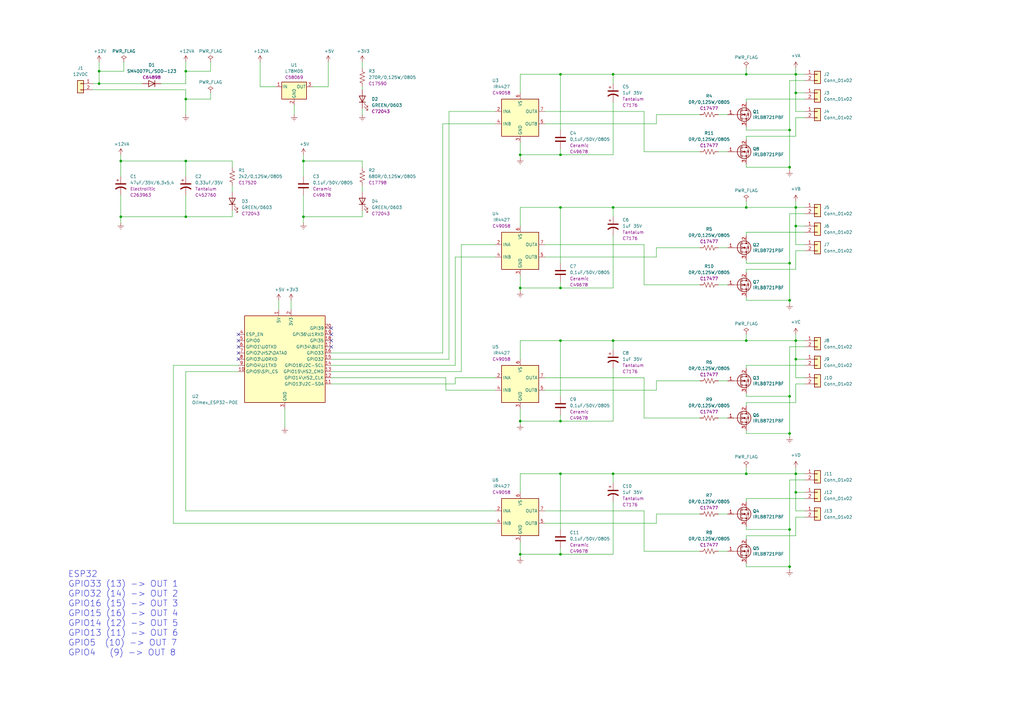
<source format=kicad_sch>
(kicad_sch (version 20211123) (generator eeschema)
  (paper "A3")
  (title_block (title "ESP 8x PWM Module") (date "2022-03-26") (rev "2"))
  (junction (at 40.64 29.21))
  (junction (at 213.36 172.72))
  (junction (at 213.36 63.5))
  (junction (at 49.53 66.04))
  (junction (at 251.46 139.7))
  (junction (at 323.85 68.58))
  (junction (at 76.2 66.04))
  (junction (at 326.39 30.48))
  (junction (at 306.07 194.31))
  (junction (at 323.85 107.95))
  (junction (at 326.39 38.1))
  (junction (at 326.39 201.93))
  (junction (at 326.39 139.7))
  (junction (at 251.46 30.48))
  (junction (at 49.53 88.9))
  (junction (at 251.46 194.31))
  (junction (at 323.85 123.19))
  (junction (at 229.87 194.31))
  (junction (at 229.87 118.11))
  (junction (at 124.46 66.04))
  (junction (at 213.36 118.11))
  (junction (at 306.07 30.48))
  (junction (at 326.39 92.71))
  (junction (at 76.2 88.9))
  (junction (at 76.2 29.21))
  (junction (at 306.07 85.09))
  (junction (at 323.85 53.34))
  (junction (at 229.87 139.7))
  (junction (at 229.87 227.33))
  (junction (at 323.85 177.8))
  (junction (at 76.2 40.64))
  (junction (at 229.87 30.48))
  (junction (at 326.39 194.31))
  (junction (at 251.46 85.09))
  (junction (at 326.39 85.09))
  (junction (at 40.64 34.29))
  (junction (at 124.46 88.9))
  (junction (at 213.36 227.33))
  (junction (at 326.39 147.32))
  (junction (at 323.85 232.41))
  (junction (at 323.85 217.17))
  (junction (at 229.87 85.09))
  (junction (at 229.87 63.5))
  (junction (at 323.85 162.56))
  (junction (at 229.87 172.72))
  (junction (at 306.07 139.7))
  (no_connect (at 97.79 147.32))
  (no_connect (at 135.89 134.62))
  (no_connect (at 97.79 139.7))
  (no_connect (at 135.89 139.7))
  (no_connect (at 135.89 142.24))
  (no_connect (at 135.89 137.16))
  (no_connect (at 97.79 144.78))
  (no_connect (at 97.79 137.16))
  (no_connect (at 97.79 142.24))
  (wire (pts (xy 323.85 68.58) (xy 323.85 53.34)))
  (wire (pts (xy 120.65 43.18) (xy 120.65 46.99)))
  (wire (pts (xy 294.64 101.6) (xy 298.45 101.6)))
  (wire (pts (xy 251.46 139.7) (xy 306.07 139.7)))
  (wire (pts (xy 264.16 154.94) (xy 264.16 171.45)))
  (wire (pts (xy 269.24 214.63) (xy 269.24 210.82)))
  (wire (pts (xy 251.46 205.74) (xy 251.46 227.33)))
  (wire (pts (xy 326.39 209.55) (xy 326.39 201.93)))
  (wire (pts (xy 106.68 25.4) (xy 106.68 35.56)))
  (wire (pts (xy 306.07 219.71) (xy 326.39 219.71)))
  (wire (pts (xy 326.39 110.49) (xy 326.39 102.87)))
  (wire (pts (xy 213.36 118.11) (xy 229.87 118.11)))
  (wire (pts (xy 49.53 66.04) (xy 49.53 72.39)))
  (wire (pts (xy 323.85 177.8) (xy 323.85 179.07)))
  (wire (pts (xy 49.53 63.5) (xy 49.53 66.04)))
  (wire (pts (xy 223.52 105.41) (xy 269.24 105.41)))
  (wire (pts (xy 213.36 173.99) (xy 213.36 172.72)))
  (wire (pts (xy 251.46 30.48) (xy 306.07 30.48)))
  (wire (pts (xy 323.85 217.17) (xy 306.07 217.17)))
  (wire (pts (xy 76.2 36.83) (xy 76.2 40.64)))
  (wire (pts (xy 251.46 85.09) (xy 306.07 85.09)))
  (wire (pts (xy 306.07 67.31) (xy 306.07 68.58)))
  (wire (pts (xy 148.59 44.45) (xy 148.59 46.99)))
  (wire (pts (xy 306.07 215.9) (xy 306.07 217.17)))
  (wire (pts (xy 229.87 107.95) (xy 229.87 85.09)))
  (wire (pts (xy 223.52 154.94) (xy 264.16 154.94)))
  (wire (pts (xy 49.53 88.9) (xy 49.53 80.01)))
  (wire (pts (xy 330.2 154.94) (xy 326.39 154.94)))
  (wire (pts (xy 213.36 30.48) (xy 213.36 38.1)))
  (wire (pts (xy 213.36 118.11) (xy 213.36 113.03)))
  (wire (pts (xy 76.2 88.9) (xy 49.53 88.9)))
  (wire (pts (xy 189.23 152.4) (xy 189.23 100.33)))
  (wire (pts (xy 223.52 160.02) (xy 269.24 160.02)))
  (wire (pts (xy 269.24 105.41) (xy 269.24 101.6)))
  (wire (pts (xy 330.2 85.09) (xy 326.39 85.09)))
  (wire (pts (xy 229.87 227.33) (xy 251.46 227.33)))
  (wire (pts (xy 189.23 100.33) (xy 203.2 100.33)))
  (wire (pts (xy 306.07 82.55) (xy 306.07 85.09)))
  (wire (pts (xy 326.39 165.1) (xy 326.39 157.48)))
  (wire (pts (xy 76.2 209.55) (xy 203.2 209.55)))
  (wire (pts (xy 213.36 139.7) (xy 229.87 139.7)))
  (wire (pts (xy 213.36 85.09) (xy 229.87 85.09)))
  (wire (pts (xy 306.07 194.31) (xy 326.39 194.31)))
  (wire (pts (xy 251.46 194.31) (xy 229.87 194.31)))
  (wire (pts (xy 116.84 175.26) (xy 116.84 167.64)))
  (wire (pts (xy 251.46 41.91) (xy 251.46 63.5)))
  (wire (pts (xy 134.62 25.4) (xy 134.62 35.56)))
  (wire (pts (xy 251.46 151.13) (xy 251.46 172.72)))
  (wire (pts (xy 330.2 196.85) (xy 323.85 196.85)))
  (wire (pts (xy 330.2 95.25) (xy 306.07 95.25)))
  (wire (pts (xy 95.25 66.04) (xy 76.2 66.04)))
  (wire (pts (xy 128.27 35.56) (xy 134.62 35.56)))
  (wire (pts (xy 323.85 107.95) (xy 306.07 107.95)))
  (wire (pts (xy 251.46 96.52) (xy 251.46 118.11)))
  (wire (pts (xy 264.16 100.33) (xy 264.16 116.84)))
  (wire (pts (xy 95.25 88.9) (xy 76.2 88.9)))
  (wire (pts (xy 76.2 152.4) (xy 76.2 209.55)))
  (wire (pts (xy 50.8 29.21) (xy 50.8 25.4)))
  (wire (pts (xy 326.39 157.48) (xy 330.2 157.48)))
  (wire (pts (xy 251.46 30.48) (xy 229.87 30.48)))
  (wire (pts (xy 251.46 85.09) (xy 229.87 85.09)))
  (wire (pts (xy 326.39 137.16) (xy 326.39 139.7)))
  (wire (pts (xy 306.07 40.64) (xy 330.2 40.64)))
  (wire (pts (xy 323.85 232.41) (xy 323.85 233.68)))
  (wire (pts (xy 119.38 123.19) (xy 119.38 127)))
  (wire (pts (xy 148.59 86.36) (xy 148.59 88.9)))
  (wire (pts (xy 326.39 154.94) (xy 326.39 147.32)))
  (wire (pts (xy 186.69 105.41) (xy 186.69 149.86)))
  (wire (pts (xy 269.24 160.02) (xy 269.24 156.21)))
  (wire (pts (xy 306.07 165.1) (xy 306.07 166.37)))
  (wire (pts (xy 213.36 119.38) (xy 213.36 118.11)))
  (wire (pts (xy 229.87 172.72) (xy 251.46 172.72)))
  (wire (pts (xy 86.36 25.4) (xy 86.36 29.21)))
  (wire (pts (xy 124.46 63.5) (xy 124.46 66.04)))
  (wire (pts (xy 330.2 33.02) (xy 323.85 33.02)))
  (wire (pts (xy 264.16 45.72) (xy 264.16 62.23)))
  (wire (pts (xy 323.85 87.63) (xy 323.85 107.95)))
  (wire (pts (xy 306.07 232.41) (xy 323.85 232.41)))
  (wire (pts (xy 186.69 105.41) (xy 203.2 105.41)))
  (wire (pts (xy 294.64 171.45) (xy 298.45 171.45)))
  (wire (pts (xy 148.59 25.4) (xy 148.59 27.94)))
  (wire (pts (xy 330.2 149.86) (xy 306.07 149.86)))
  (wire (pts (xy 306.07 30.48) (xy 326.39 30.48)))
  (wire (pts (xy 148.59 68.58) (xy 148.59 66.04)))
  (wire (pts (xy 251.46 139.7) (xy 229.87 139.7)))
  (wire (pts (xy 40.64 34.29) (xy 58.42 34.29)))
  (wire (pts (xy 306.07 85.09) (xy 326.39 85.09)))
  (wire (pts (xy 306.07 139.7) (xy 326.39 139.7)))
  (wire (pts (xy 264.16 171.45) (xy 287.02 171.45)))
  (wire (pts (xy 326.39 139.7) (xy 326.39 147.32)))
  (wire (pts (xy 95.25 86.36) (xy 95.25 88.9)))
  (wire (pts (xy 326.39 194.31) (xy 326.39 201.93)))
  (wire (pts (xy 306.07 219.71) (xy 306.07 220.98)))
  (wire (pts (xy 306.07 149.86) (xy 306.07 151.13)))
  (wire (pts (xy 213.36 85.09) (xy 213.36 92.71)))
  (wire (pts (xy 181.61 50.8) (xy 203.2 50.8)))
  (wire (pts (xy 326.39 102.87) (xy 330.2 102.87)))
  (wire (pts (xy 213.36 139.7) (xy 213.36 147.32)))
  (wire (pts (xy 330.2 30.48) (xy 326.39 30.48)))
  (wire (pts (xy 323.85 196.85) (xy 323.85 217.17)))
  (wire (pts (xy 223.52 214.63) (xy 269.24 214.63)))
  (wire (pts (xy 40.64 29.21) (xy 40.64 34.29)))
  (wire (pts (xy 184.15 45.72) (xy 184.15 147.32)))
  (wire (pts (xy 306.07 231.14) (xy 306.07 232.41)))
  (wire (pts (xy 330.2 139.7) (xy 326.39 139.7)))
  (wire (pts (xy 135.89 149.86) (xy 186.69 149.86)))
  (wire (pts (xy 135.89 144.78) (xy 181.61 144.78)))
  (wire (pts (xy 323.85 232.41) (xy 323.85 217.17)))
  (wire (pts (xy 330.2 45.72) (xy 326.39 45.72)))
  (wire (pts (xy 135.89 154.94) (xy 182.88 154.94)))
  (wire (pts (xy 330.2 204.47) (xy 306.07 204.47)))
  (wire (pts (xy 306.07 106.68) (xy 306.07 107.95)))
  (wire (pts (xy 323.85 123.19) (xy 323.85 107.95)))
  (wire (pts (xy 95.25 68.58) (xy 95.25 66.04)))
  (wire (pts (xy 326.39 30.48) (xy 326.39 38.1)))
  (wire (pts (xy 213.36 227.33) (xy 229.87 227.33)))
  (wire (pts (xy 229.87 224.79) (xy 229.87 227.33)))
  (wire (pts (xy 330.2 194.31) (xy 326.39 194.31)))
  (wire (pts (xy 306.07 137.16) (xy 306.07 139.7)))
  (wire (pts (xy 97.79 149.86) (xy 71.12 149.86)))
  (wire (pts (xy 114.3 123.19) (xy 114.3 127)))
  (wire (pts (xy 306.07 40.64) (xy 306.07 41.91)))
  (wire (pts (xy 306.07 55.88) (xy 306.07 57.15)))
  (wire (pts (xy 213.36 30.48) (xy 229.87 30.48)))
  (wire (pts (xy 213.36 63.5) (xy 213.36 58.42)))
  (wire (pts (xy 229.87 60.96) (xy 229.87 63.5)))
  (wire (pts (xy 148.59 88.9) (xy 124.46 88.9)))
  (wire (pts (xy 330.2 201.93) (xy 326.39 201.93)))
  (wire (pts (xy 213.36 228.6) (xy 213.36 227.33)))
  (wire (pts (xy 213.36 194.31) (xy 229.87 194.31)))
  (wire (pts (xy 223.52 45.72) (xy 264.16 45.72)))
  (wire (pts (xy 269.24 156.21) (xy 287.02 156.21)))
  (wire (pts (xy 181.61 50.8) (xy 181.61 144.78)))
  (wire (pts (xy 76.2 34.29) (xy 76.2 29.21)))
  (wire (pts (xy 306.07 55.88) (xy 326.39 55.88)))
  (wire (pts (xy 306.07 177.8) (xy 323.85 177.8)))
  (wire (pts (xy 264.16 226.06) (xy 287.02 226.06)))
  (wire (pts (xy 135.89 147.32) (xy 184.15 147.32)))
  (wire (pts (xy 330.2 92.71) (xy 326.39 92.71)))
  (wire (pts (xy 326.39 191.77) (xy 326.39 194.31)))
  (wire (pts (xy 326.39 48.26) (xy 330.2 48.26)))
  (wire (pts (xy 38.1 34.29) (xy 40.64 34.29)))
  (wire (pts (xy 323.85 33.02) (xy 323.85 53.34)))
  (wire (pts (xy 124.46 80.01) (xy 124.46 88.9)))
  (wire (pts (xy 213.36 194.31) (xy 213.36 201.93)))
  (wire (pts (xy 330.2 209.55) (xy 326.39 209.55)))
  (wire (pts (xy 251.46 88.9) (xy 251.46 85.09)))
  (wire (pts (xy 306.07 27.94) (xy 306.07 30.48)))
  (wire (pts (xy 124.46 91.44) (xy 124.46 88.9)))
  (wire (pts (xy 264.16 116.84) (xy 287.02 116.84)))
  (wire (pts (xy 38.1 36.83) (xy 76.2 36.83)))
  (wire (pts (xy 269.24 101.6) (xy 287.02 101.6)))
  (wire (pts (xy 40.64 29.21) (xy 50.8 29.21)))
  (wire (pts (xy 269.24 210.82) (xy 287.02 210.82)))
  (wire (pts (xy 251.46 34.29) (xy 251.46 30.48)))
  (wire (pts (xy 326.39 219.71) (xy 326.39 212.09)))
  (wire (pts (xy 306.07 121.92) (xy 306.07 123.19)))
  (wire (pts (xy 97.79 152.4) (xy 76.2 152.4)))
  (wire (pts (xy 269.24 50.8) (xy 269.24 46.99)))
  (wire (pts (xy 124.46 72.39) (xy 124.46 66.04)))
  (wire (pts (xy 76.2 72.39) (xy 76.2 66.04)))
  (wire (pts (xy 323.85 53.34) (xy 306.07 53.34)))
  (wire (pts (xy 326.39 85.09) (xy 326.39 92.71)))
  (wire (pts (xy 229.87 115.57) (xy 229.87 118.11)))
  (wire (pts (xy 306.07 123.19) (xy 323.85 123.19)))
  (wire (pts (xy 223.52 100.33) (xy 264.16 100.33)))
  (wire (pts (xy 326.39 55.88) (xy 326.39 48.26)))
  (wire (pts (xy 326.39 45.72) (xy 326.39 38.1)))
  (wire (pts (xy 323.85 123.19) (xy 323.85 124.46)))
  (wire (pts (xy 306.07 191.77) (xy 306.07 194.31)))
  (wire (pts (xy 251.46 143.51) (xy 251.46 139.7)))
  (wire (pts (xy 86.36 38.1) (xy 86.36 40.64)))
  (wire (pts (xy 40.64 25.4) (xy 40.64 29.21)))
  (wire (pts (xy 330.2 142.24) (xy 323.85 142.24)))
  (wire (pts (xy 148.59 36.83) (xy 148.59 35.56)))
  (wire (pts (xy 264.16 209.55) (xy 264.16 226.06)))
  (wire (pts (xy 306.07 161.29) (xy 306.07 162.56)))
  (wire (pts (xy 294.64 46.99) (xy 298.45 46.99)))
  (wire (pts (xy 135.89 157.48) (xy 186.69 157.48)))
  (wire (pts (xy 106.68 35.56) (xy 113.03 35.56)))
  (wire (pts (xy 251.46 194.31) (xy 306.07 194.31)))
  (wire (pts (xy 294.64 62.23) (xy 298.45 62.23)))
  (wire (pts (xy 86.36 29.21) (xy 76.2 29.21)))
  (wire (pts (xy 330.2 87.63) (xy 323.85 87.63)))
  (wire (pts (xy 326.39 82.55) (xy 326.39 85.09)))
  (wire (pts (xy 229.87 53.34) (xy 229.87 30.48)))
  (wire (pts (xy 213.36 227.33) (xy 213.36 222.25)))
  (wire (pts (xy 95.25 78.74) (xy 95.25 76.2)))
  (wire (pts (xy 76.2 66.04) (xy 49.53 66.04)))
  (wire (pts (xy 186.69 157.48) (xy 186.69 154.94)))
  (wire (pts (xy 229.87 63.5) (xy 251.46 63.5)))
  (wire (pts (xy 323.85 177.8) (xy 323.85 162.56)))
  (wire (pts (xy 76.2 29.21) (xy 76.2 25.4)))
  (wire (pts (xy 229.87 162.56) (xy 229.87 139.7)))
  (wire (pts (xy 182.88 160.02) (xy 203.2 160.02)))
  (wire (pts (xy 294.64 210.82) (xy 298.45 210.82)))
  (wire (pts (xy 326.39 212.09) (xy 330.2 212.09)))
  (wire (pts (xy 229.87 217.17) (xy 229.87 194.31)))
  (wire (pts (xy 66.04 34.29) (xy 76.2 34.29)))
  (wire (pts (xy 71.12 149.86) (xy 71.12 214.63)))
  (wire (pts (xy 294.64 156.21) (xy 298.45 156.21)))
  (wire (pts (xy 306.07 165.1) (xy 326.39 165.1)))
  (wire (pts (xy 306.07 52.07) (xy 306.07 53.34)))
  (wire (pts (xy 326.39 27.94) (xy 326.39 30.48)))
  (wire (pts (xy 264.16 62.23) (xy 287.02 62.23)))
  (wire (pts (xy 306.07 110.49) (xy 306.07 111.76)))
  (wire (pts (xy 135.89 152.4) (xy 189.23 152.4)))
  (wire (pts (xy 306.07 95.25) (xy 306.07 96.52)))
  (wire (pts (xy 76.2 40.64) (xy 76.2 46.99)))
  (wire (pts (xy 294.64 226.06) (xy 298.45 226.06)))
  (wire (pts (xy 229.87 170.18) (xy 229.87 172.72)))
  (wire (pts (xy 223.52 50.8) (xy 269.24 50.8)))
  (wire (pts (xy 294.64 116.84) (xy 298.45 116.84)))
  (wire (pts (xy 306.07 110.49) (xy 326.39 110.49)))
  (wire (pts (xy 326.39 100.33) (xy 326.39 92.71)))
  (wire (pts (xy 306.07 204.47) (xy 306.07 205.74)))
  (wire (pts (xy 323.85 68.58) (xy 323.85 69.85)))
  (wire (pts (xy 229.87 118.11) (xy 251.46 118.11)))
  (wire (pts (xy 186.69 154.94) (xy 203.2 154.94)))
  (wire (pts (xy 323.85 142.24) (xy 323.85 162.56)))
  (wire (pts (xy 251.46 198.12) (xy 251.46 194.31)))
  (wire (pts (xy 148.59 78.74) (xy 148.59 76.2)))
  (wire (pts (xy 184.15 45.72) (xy 203.2 45.72)))
  (wire (pts (xy 76.2 80.01) (xy 76.2 88.9)))
  (wire (pts (xy 306.07 68.58) (xy 323.85 68.58)))
  (wire (pts (xy 213.36 172.72) (xy 229.87 172.72)))
  (wire (pts (xy 148.59 66.04) (xy 124.46 66.04)))
  (wire (pts (xy 330.2 38.1) (xy 326.39 38.1)))
  (wire (pts (xy 213.36 63.5) (xy 229.87 63.5)))
  (wire (pts (xy 330.2 147.32) (xy 326.39 147.32)))
  (wire (pts (xy 49.53 91.44) (xy 49.53 88.9)))
  (wire (pts (xy 269.24 46.99) (xy 287.02 46.99)))
  (wire (pts (xy 71.12 214.63) (xy 203.2 214.63)))
  (wire (pts (xy 182.88 154.94) (xy 182.88 160.02)))
  (wire (pts (xy 213.36 172.72) (xy 213.36 167.64)))
  (wire (pts (xy 213.36 64.77) (xy 213.36 63.5)))
  (wire (pts (xy 86.36 40.64) (xy 76.2 40.64)))
  (wire (pts (xy 323.85 162.56) (xy 306.07 162.56)))
  (wire (pts (xy 264.16 209.55) (xy 223.52 209.55)))
  (wire (pts (xy 306.07 176.53) (xy 306.07 177.8)))
  (wire (pts (xy 330.2 100.33) (xy 326.39 100.33)))
  (text "ESP32\nGPIO33 (13) -> OUT 1\nGPIO32 (14) -> OUT 2\nGPIO16 (15) -> OUT 3\nGPIO15 (16) -> OUT 4\nGPIO14 (12) -> OUT 5\nGPIO13 (11) -> OUT 6\nGPIO5  (10) -> OUT 7\nGPIO4   (9) -> OUT 8" (at 27.94 269.24 0) (effects (font (size 2.5 2.5)) (justify left bottom)))
  (symbol (lib_id "Device:R_US") (at 95.25 72.39 0) (unit 1)
    (property "Reference" "R1" (at 97.79 69.85 0) (effects (justify left)))
    (property "Value" "2k2/0,125W/0805" (at 97.79 72.39 0) (effects (justify left)))
    (property "Footprint" "Tales:R_0805_2012Metric" (effects hide))
    (property "Case" "0805/2012" (effects hide))
    (property "Mfr" "Uniroyal" (effects hide))
    (property "Mfr PN" "0805W8F2201T5E" (effects hide))
    (property "Vendor" "JLCPCB" (effects hide))
    (property "Vendor PN" "C17520" (effects hide))
    (property "JLCPCB BOM" "1" (effects hide))
    (property "LCSC Part" "C17520" (at 97.79 74.93 0) (effects (justify left)))
  )
  (symbol (lib_id "Device:D") (at 62.23 34.29 180) (unit 1)
    (property "Reference" "D1" (at 62.23 26.67 0))
    (property "Value" "SM4007PL/SOD-123" (at 62.23 29.21 0))
    (property "Footprint" "Tales:D_SOD-123" (effects hide))
    (property "Case" "SOD-123FL" (effects hide))
    (property "Mfr" "MDD" (effects hide))
    (property "Mfr PN" "SM4007PL" (effects hide))
    (property "Vendor" "JLCPCB" (effects hide))
    (property "Vendor PN" "C64898" (effects hide))
    (property "JLCPCB BOM" "1" (effects hide))
    (property "LCSC Part" "C64898" (at 62.23 31.75 0))
  )
  (symbol (lib_id "Regulator_Linear:L7805") (at 120.65 35.56 0) (unit 1)
    (property "Reference" "U1" (at 120.65 26.67 0))
    (property "Value" "L78M05" (at 120.65 29.21 0))
    (property "Footprint" "Tales:TO-252-2" (effects hide))
    (property "Datasheet" "http://www.st.com/content/ccc/resource/technical/document/datasheet/41/4f/b3/b0/12/d4/47/88/CD00000444.pdf/files/CD00000444.pdf/jcr:content/translations/en.CD00000444.pdf" (effects hide))
    (property "Case" "TO-252" (effects hide))
    (property "Mfr" "ST Microelectronics" (effects hide))
    (property "Mfr PN" "L78M05ABDT-TR" (effects hide))
    (property "Vendor" "JLCPCB" (effects hide))
    (property "Vendor PN" "C58069" (effects hide))
    (property "JLCPCB BOM" "1" (effects hide))
    (property "LCSC Part" "C58069" (at 120.65 31.75 0))
  )
  (symbol (lib_id "power:PWR_FLAG") (at 86.36 25.4 0) (unit 1)
    (property "Reference" "#FLG0101" (effects hide))
    (property "Value" "PWR_FLAG" (at 86.36 21.0058 0))
  )
  (symbol (lib_id "Device:LED") (at 95.25 82.55 90) (unit 1)
    (property "Reference" "D3" (at 99.06 82.55 90) (effects (justify right)))
    (property "Value" "GREEN/0603" (at 99.06 85.09 90) (effects (justify right)))
    (property "Footprint" "Tales:LED_0603_1608Metric" (effects hide))
    (property "Case" "0603" (effects hide))
    (property "Mfr" "Everlight" (effects hide))
    (property "Mfr PN" "19-217/GHC-YR1S2/3T" (effects hide))
    (property "Vendor" "JLCPCB" (effects hide))
    (property "Vendor PN" "C72043" (effects hide))
    (property "JLCPCB BOM" "1" (effects hide))
    (property "LCSC Part" "C72043" (at 99.06 87.63 90) (effects (justify right)))
  )
  (symbol (lib_id "Device:R_US") (at 148.59 72.39 0) (unit 1)
    (property "Reference" "R2" (at 151.13 69.85 0) (effects (justify left)))
    (property "Value" "680R/0,125W/0805" (at 151.13 72.39 0) (effects (justify left)))
    (property "Footprint" "Tales:R_0805_2012Metric" (effects hide))
    (property "Case" "0805/2012" (effects hide))
    (property "Mfr" "Uniroyal" (effects hide))
    (property "Mfr PN" "0805W8F6800T5E" (effects hide))
    (property "Vendor" "JLCPCB" (effects hide))
    (property "Vendor PN" "C17798" (effects hide))
    (property "JLCPCB BOM" "1" (effects hide))
    (property "LCSC Part" "C17798" (at 151.13 74.93 0) (effects (justify left)))
  )
  (symbol (lib_id "power:+5V") (at 124.46 63.5 0) (unit 1)
    (property "Reference" "#PWR0123" (effects hide))
    (property "Value" "+5V" (at 124.841 59.1058 0))
  )
  (symbol (lib_id "power:+3.3V") (at 148.59 25.4 0) (unit 1)
    (property "Reference" "#PWR0124" (effects hide))
    (property "Value" "+3.3V" (at 148.971 21.0058 0))
  )
  (symbol (lib_id "power:GNDREF") (at 124.46 91.44 0) (unit 1)
    (property "Reference" "#PWR0125" (effects hide))
    (property "Value" "GNDREF" (effects hide))
  )
  (symbol (lib_id "power:GNDREF") (at 148.59 46.99 0) (unit 1)
    (property "Reference" "#PWR0126" (effects hide))
    (property "Value" "GNDREF" (effects hide))
  )
  (symbol (lib_id "power:PWR_FLAG") (at 86.36 38.1 0) (unit 1)
    (property "Reference" "#FLG0102" (effects hide))
    (property "Value" "PWR_FLAG" (at 86.36 33.7058 0))
  )
  (symbol (lib_id "Tales:Olimex_ESP32-POE") (at 116.84 147.32 0) (unit 1)
    (property "Reference" "U2" (at 78.74 162.56 0) (effects (justify left)))
    (property "Value" "Olimex_ESP32-POE" (at 78.74 165.1 0) (effects (justify left)))
    (property "Footprint" "Tales:Olimex_ESP32-POE_Pads" (effects hide))
    (property "Mfr" "Olimex" (effects hide))
    (property "Mfr PN" "ESP32-POE" (effects hide))
    (property "Vendor" "Mouser" (effects hide))
    (property "Vendor PN" "909-ESP32-POE\r" (effects hide))
    (property "JLCPCB BOM" "0" (effects hide))
  )
  (symbol (lib_id "power:GNDREF") (at 116.84 175.26 0) (unit 1)
    (property "Reference" "#PWR0114" (effects hide))
    (property "Value" "GNDREF" (effects hide))
  )
  (symbol (lib_id "power:+3.3V") (at 119.38 123.19 0) (unit 1)
    (property "Reference" "#PWR0115" (effects hide))
    (property "Value" "+3.3V" (at 119.761 118.7958 0))
  )
  (symbol (lib_id "power:+5V") (at 114.3 123.19 0) (unit 1)
    (property "Reference" "#PWR0120" (effects hide))
    (property "Value" "+5V" (at 114.681 118.7958 0))
  )
  (symbol (lib_id "Device:R_US") (at 290.83 46.99 270) (unit 1)
    (property "Reference" "R4" (at 290.83 39.37 90))
    (property "Value" "0R/0,125W/0805" (at 290.83 41.91 90))
    (property "Footprint" "Tales:R_0805_2012Metric" (effects hide))
    (property "Case" "0805/2012" (effects hide))
    (property "Mfr" "Uniroyal" (effects hide))
    (property "Mfr PN" "0805W8F0000T5E" (effects hide))
    (property "Vendor" "JLCPCB" (effects hide))
    (property "Vendor PN" "C17477" (effects hide))
    (property "JLCPCB BOM" "1" (effects hide))
    (property "LCSC Part" "C17477" (at 290.83 44.45 90))
  )
  (symbol (lib_id "Device:R_US") (at 290.83 62.23 270) (unit 1)
    (property "Reference" "R11" (at 290.83 54.61 90))
    (property "Value" "0R/0,125W/0805" (at 290.83 57.15 90))
    (property "Footprint" "Tales:R_0805_2012Metric" (effects hide))
    (property "Case" "0805/2012" (effects hide))
    (property "Mfr" "Uniroyal" (effects hide))
    (property "Mfr PN" "0805W8F0000T5E" (effects hide))
    (property "Vendor" "JLCPCB" (effects hide))
    (property "Vendor PN" "C17477" (effects hide))
    (property "JLCPCB BOM" "1" (effects hide))
    (property "LCSC Part" "C17477" (at 290.83 59.69 90))
  )
  (symbol (lib_id "Device:C_Polarized_US") (at 251.46 38.1 0) (unit 1)
    (property "Reference" "C5" (at 255.27 35.56 0) (effects (justify left)))
    (property "Value" "1uF 35V" (at 255.27 38.1 0) (effects (justify left)))
    (property "Footprint" "Tales:CP_EIA-3216-18_Kemet-A" (effects hide))
    (property "Case" "1206/3216" (effects hide))
    (property "Mfr" "AVX" (effects hide))
    (property "Vendor" "JLCPCB" (effects hide))
    (property "Mfr PN" "TAJA105K035RNJ" (effects hide))
    (property "Vendor PN" "C7176" (effects hide))
    (property "Technology" "Tantalum" (at 255.27 40.64 0) (effects (justify left)))
    (property "JLCPCB BOM" "1" (effects hide))
    (property "LCSC Part" "C7176" (at 255.27 43.18 0) (effects (justify left)))
  )
  (symbol (lib_id "Tales:IR4427") (at 213.36 48.26 0) (unit 1)
    (property "Reference" "U3" (at 203.2 33.02 0))
    (property "Value" "IR4427" (at 205.74 35.56 0))
    (property "Footprint" "Package_SO:SOIC-8_3.9x4.9mm_P1.27mm" (effects hide))
    (property "Case" "SOIC-8" (effects hide))
    (property "Mfr" "International Rectifier" (effects hide))
    (property "Mfr PN" "IR4427STRPBF\r" (effects hide))
    (property "Vendor" "JLCPCB" (effects hide))
    (property "Vendor PN" "C49058" (effects hide))
    (property "JLCPCB BOM" "1" (effects hide))
    (property "LCSC Part" "C49058" (at 201.93 38.1 0) (effects (justify left)))
  )
  (symbol (lib_id "power:+12V") (at 40.64 25.4 0) (unit 1)
    (property "Reference" "#PWR0107" (effects hide))
    (property "Value" "+12V" (at 41.021 21.0058 0))
  )
  (symbol (lib_id "Device:C_Polarized_US") (at 76.2 76.2 0) (unit 1)
    (property "Reference" "C2" (at 80.01 72.39 0) (effects (justify left)))
    (property "Value" "0,33uF/35V" (at 80.01 74.93 0) (effects (justify left)))
    (property "Footprint" "Tales:CP_EIA-3216-18_Kemet-A" (effects hide))
    (property "Case" "1206/3216" (effects hide))
    (property "Mfr" "Kemet" (effects hide))
    (property "Mfr PN" "T491A334M035AT" (effects hide))
    (property "Technology" "Tantalum" (at 80.01 77.47 0) (effects (justify left)))
    (property "Vendor" "JLCPCB" (effects hide))
    (property "Vendor PN" "C452760" (effects hide))
    (property "JLCPCB BOM" "1" (effects hide))
    (property "LCSC Part" "C452760" (at 80.01 80.01 0) (effects (justify left)))
  )
  (symbol (lib_id "power:GNDREF") (at 213.36 64.77 0) (unit 1)
    (property "Reference" "#PWR0112" (effects hide))
    (property "Value" "GNDREF" (effects hide))
  )
  (symbol (lib_id "Transistor_FET:IRLB8721PBF") (at 303.53 62.23 0) (unit 1)
    (property "Reference" "Q8" (at 308.7116 61.0616 0) (effects (justify left)))
    (property "Value" "IRLB8721PBF" (at 308.7116 63.373 0) (effects (justify left)))
    (property "Footprint" "Package_TO_SOT_THT:TO-220-3_Vertical" (effects hide))
    (property "Datasheet" "http://www.infineon.com/dgdl/irlb8721pbf.pdf?fileId=5546d462533600a40153566056732591" (effects hide))
    (property "Case" "TO-220-3" (effects hide))
    (property "Mfr" "Infineon" (effects hide))
    (property "Mfr PN" "IRLB8721PBF" (effects hide))
    (property "Vendor" "Mouser" (effects hide))
    (property "Vendor PN" "942-IRLB8721PBF" (effects hide))
    (property "JLCPCB BOM" "0" (effects hide))
  )
  (symbol (lib_id "power:+12VA") (at 76.2 25.4 0) (unit 1)
    (property "Reference" "#PWR0130" (effects hide))
    (property "Value" "+12VA" (at 76.581 21.0058 0))
  )
  (symbol (lib_id "power:+12VA") (at 106.68 25.4 0) (unit 1)
    (property "Reference" "#PWR0131" (effects hide))
    (property "Value" "+12VA" (at 107.061 21.0058 0))
  )
  (symbol (lib_id "power:+12VA") (at 49.53 63.5 0) (unit 1)
    (property "Reference" "#PWR0132" (effects hide))
    (property "Value" "+12VA" (at 49.911 59.1058 0))
  )
  (symbol (lib_id "power:PWR_FLAG") (at 50.8 25.4 0) (unit 1)
    (property "Reference" "#FLG0104" (effects hide))
    (property "Value" "PWR_FLAG" (at 50.8 21.0058 0))
  )
  (symbol (lib_id "Device:C") (at 229.87 57.15 0) (unit 1)
    (property "Reference" "C4" (at 233.68 54.61 0) (effects (justify left)))
    (property "Value" "0,1uF/50V/0805" (at 233.68 57.15 0) (effects (justify left)))
    (property "Footprint" "Tales:C_0805_2012Metric" (effects hide))
    (property "Case" "0805/2012" (effects hide))
    (property "Mfr" "Yageo" (effects hide))
    (property "Mfr PN" "CC0805KRX7R9BB104" (effects hide))
    (property "Vendor" "JLCPCB" (effects hide))
    (property "Vendor PN" "C49678" (effects hide))
    (property "Technology" "Ceramic" (at 233.68 59.69 0) (effects (justify left)))
    (property "JLCPCB BOM" "1" (effects hide))
    (property "LCSC Part" "C49678" (at 233.68 62.23 0) (effects (justify left)))
  )
  (symbol (lib_id "Transistor_FET:IRLB8721PBF") (at 303.53 46.99 0) (unit 1)
    (property "Reference" "Q1" (at 308.7116 45.8216 0) (effects (justify left)))
    (property "Value" "IRLB8721PBF" (at 308.7116 48.133 0) (effects (justify left)))
    (property "Footprint" "Package_TO_SOT_THT:TO-220-3_Vertical" (effects hide))
    (property "Datasheet" "http://www.infineon.com/dgdl/irlb8721pbf.pdf?fileId=5546d462533600a40153566056732591" (effects hide))
    (property "Case" "TO-220-3" (effects hide))
    (property "Mfr" "Infineon" (effects hide))
    (property "Mfr PN" "IRLB8721PBF" (effects hide))
    (property "Vendor" "Mouser" (effects hide))
    (property "Vendor PN" "942-IRLB8721PBF" (effects hide))
    (property "JLCPCB BOM" "0" (effects hide))
  )
  (symbol (lib_id "power:GNDREF") (at 120.65 46.99 0) (unit 1)
    (property "Reference" "#PWR0102" (effects hide))
    (property "Value" "GNDREF" (effects hide))
  )
  (symbol (lib_id "power:+5V") (at 134.62 25.4 0) (unit 1)
    (property "Reference" "#PWR0104" (effects hide))
    (property "Value" "+5V" (at 135.001 21.0058 0))
  )
  (symbol (lib_id "Connector_Generic:Conn_01x02") (at 33.02 34.29 0) (mirror y) (unit 1)
    (property "Reference" "J1" (at 33.02 27.94 0))
    (property "Value" "12VDC" (at 33.02 30.48 0))
    (property "Footprint" "Tales:TerminalBlock_Phoenix_MKDS-3-2-5.08_1x02_P5.08mm_Horizontal" (effects hide))
    (property "Mfr" "Metaltex" (effects hide))
    (property "Vendor" "Eletropecas\r" (effects hide))
    (property "Mfr PN" "BR902V\r" (effects hide))
    (property "Vendor PN" "29273" (effects hide))
    (property "JLCPCB BOM" "0" (effects hide))
  )
  (symbol (lib_id "power:GNDREF") (at 76.2 46.99 0) (unit 1)
    (property "Reference" "#PWR0108" (effects hide))
    (property "Value" "GNDREF" (effects hide))
  )
  (symbol (lib_id "Device:C") (at 124.46 76.2 0) (unit 1)
    (property "Reference" "C3" (at 128.27 72.39 0) (effects (justify left)))
    (property "Value" "0,1uF/50V/0805" (at 128.27 74.93 0) (effects (justify left)))
    (property "Footprint" "Tales:C_0805_2012Metric" (effects hide))
    (property "Technology" "Ceramic" (at 128.27 77.47 0) (effects (justify left)))
    (property "Case" "0805/2012" (effects hide))
    (property "Mfr" "Yageo" (effects hide))
    (property "Mfr PN" "CC0805KRX7R9BB104" (effects hide))
    (property "Vendor" "JLCPCB" (effects hide))
    (property "Vendor PN" "C49678" (effects hide))
    (property "JLCPCB BOM" "1" (effects hide))
    (property "LCSC Part" "C49678" (at 128.27 80.01 0) (effects (justify left)))
  )
  (symbol (lib_id "Device:LED") (at 148.59 82.55 90) (unit 1)
    (property "Reference" "D4" (at 152.4 82.55 90) (effects (justify right)))
    (property "Value" "GREEN/0603" (at 152.4 85.09 90) (effects (justify right)))
    (property "Footprint" "Tales:LED_0603_1608Metric" (effects hide))
    (property "Case" "0603" (effects hide))
    (property "Mfr" "Everlight" (effects hide))
    (property "Mfr PN" "19-217/GHC-YR1S2/3T" (effects hide))
    (property "Vendor" "JLCPCB" (effects hide))
    (property "Vendor PN" "C72043" (effects hide))
    (property "JLCPCB BOM" "1" (effects hide))
    (property "LCSC Part" "C72043" (at 152.4 87.63 90) (effects (justify right)))
  )
  (symbol (lib_id "Device:LED") (at 148.59 40.64 90) (unit 1)
    (property "Reference" "D2" (at 152.4 40.64 90) (effects (justify right)))
    (property "Value" "GREEN/0603" (at 152.4 43.18 90) (effects (justify right)))
    (property "Footprint" "Tales:LED_0603_1608Metric" (effects hide))
    (property "Case" "0603" (effects hide))
    (property "Mfr" "Everlight" (effects hide))
    (property "Mfr PN" "19-217/GHC-YR1S2/3T" (effects hide))
    (property "Vendor" "JLCPCB" (effects hide))
    (property "Vendor PN" "C72043" (effects hide))
    (property "JLCPCB BOM" "1" (effects hide))
    (property "LCSC Part" "C72043" (at 152.4 45.72 90) (effects (justify right)))
  )
  (symbol (lib_id "Device:R_US") (at 148.59 31.75 0) (unit 1)
    (property "Reference" "R3" (at 151.13 29.21 0) (effects (justify left)))
    (property "Value" "270R/0,125W/0805" (at 151.13 31.75 0) (effects (justify left)))
    (property "Footprint" "Tales:R_0805_2012Metric" (effects hide))
    (property "Case" "0805/2012" (effects hide))
    (property "Mfr" "Uniroyal" (effects hide))
    (property "Mfr PN" "0805W8F2700T5E" (effects hide))
    (property "Vendor" "JLCPCB" (effects hide))
    (property "Vendor PN" "C17590" (effects hide))
    (property "JLCPCB BOM" "1" (effects hide))
    (property "LCSC Part" "C17590" (at 151.13 34.29 0) (effects (justify left)))
  )
  (symbol (lib_id "Device:C_Polarized_US") (at 49.53 76.2 0) (unit 1)
    (property "Reference" "C1" (at 53.34 72.39 0) (effects (justify left)))
    (property "Value" "47uF/35V/6,3x5,4" (at 53.34 74.93 0) (effects (justify left)))
    (property "Footprint" "Tales:CP_Elec_6.3x5.4" (effects hide))
    (property "Case" "6,3x5,4" (effects hide))
    (property "Mfr" "Semtech" (effects hide))
    (property "Mfr PN" "CK1V470MCRE54" (effects hide))
    (property "Vendor" "JLCPCB" (effects hide))
    (property "Vendor PN" "C263963" (effects hide))
    (property "Technology" "Electrolitic" (at 53.34 77.47 0) (effects (justify left)))
    (property "JLCPCB BOM" "1" (effects hide))
    (property "LCSC Part" "C263963" (at 53.34 80.01 0) (effects (justify left)))
  )
  (symbol (lib_id "power:GNDREF") (at 49.53 91.44 0) (unit 1)
    (property "Reference" "#PWR0127" (effects hide))
    (property "Value" "GNDREF" (effects hide))
  )
  (symbol (lib_id "Device:C") (at 229.87 220.98 0) (unit 1)
    (property "Reference" "C11" (at 233.68 218.44 0) (effects (justify left)))
    (property "Value" "0,1uF/50V/0805" (at 233.68 220.98 0) (effects (justify left)))
    (property "Footprint" "Tales:C_0805_2012Metric" (effects hide))
    (property "Case" "0805/2012" (effects hide))
    (property "Mfr" "Yageo" (effects hide))
    (property "Mfr PN" "CC0805KRX7R9BB104" (effects hide))
    (property "Vendor" "JLCPCB" (effects hide))
    (property "Vendor PN" "C49678" (effects hide))
    (property "Technology" "Ceramic" (at 233.68 223.52 0) (effects (justify left)))
    (property "JLCPCB BOM" "1" (effects hide))
    (property "LCSC Part" "C49678" (at 233.68 226.06 0) (effects (justify left)))
  )
  (symbol (lib_id "Connector_Generic:Conn_01x02") (at 335.28 194.31 0) (unit 1)
    (property "Reference" "J11" (at 337.82 194.3099 0) (effects (justify left)))
    (property "Value" "Conn_01x02" (at 337.82 196.8499 0) (effects (justify left)))
    (property "Footprint" "Tales:TerminalBlock_Phoenix_MKDS-3-2-5.08_1x02_P5.08mm_Horizontal" (effects hide))
  )
  (symbol (lib_id "Connector_Generic:Conn_01x02") (at 335.28 45.72 0) (unit 1)
    (property "Reference" "J4" (at 337.82 45.7199 0) (effects (justify left)))
    (property "Value" "Conn_01x02" (at 337.82 48.2599 0) (effects (justify left)))
    (property "Footprint" "Tales:TerminalBlock_Phoenix_MKDS-3-2-5.08_1x02_P5.08mm_Horizontal" (effects hide))
  )
  (symbol (lib_id "Tales:+VD") (at 326.39 191.77 0) (unit 1)
    (property "Reference" "#PWR07" (effects hide))
    (property "Value" "+VD" (at 326.39 186.69 0))
  )
  (symbol (lib_id "Connector_Generic:Conn_01x02") (at 335.28 85.09 0) (unit 1)
    (property "Reference" "J5" (at 337.82 85.0899 0) (effects (justify left)))
    (property "Value" "Conn_01x02" (at 337.82 87.6299 0) (effects (justify left)))
    (property "Footprint" "Tales:TerminalBlock_Phoenix_MKDS-3-2-5.08_1x02_P5.08mm_Horizontal" (effects hide))
  )
  (symbol (lib_id "Device:C_Polarized_US") (at 251.46 201.93 0) (unit 1)
    (property "Reference" "C10" (at 255.27 199.39 0) (effects (justify left)))
    (property "Value" "1uF 35V" (at 255.27 201.93 0) (effects (justify left)))
    (property "Footprint" "Tales:CP_EIA-3216-18_Kemet-A" (effects hide))
    (property "Case" "1206/3216" (effects hide))
    (property "Mfr" "AVX" (effects hide))
    (property "Vendor" "JLCPCB" (effects hide))
    (property "Mfr PN" "TAJA105K035RNJ" (effects hide))
    (property "Vendor PN" "C7176" (effects hide))
    (property "Technology" "Tantalum" (at 255.27 204.47 0) (effects (justify left)))
    (property "JLCPCB BOM" "1" (effects hide))
    (property "LCSC Part" "C7176" (at 255.27 207.01 0) (effects (justify left)))
  )
  (symbol (lib_id "Transistor_FET:IRLB8721PBF") (at 303.53 156.21 0) (unit 1)
    (property "Reference" "Q3" (at 308.7116 155.0416 0) (effects (justify left)))
    (property "Value" "IRLB8721PBF" (at 308.7116 157.353 0) (effects (justify left)))
    (property "Footprint" "Package_TO_SOT_THT:TO-220-3_Vertical" (effects hide))
    (property "Datasheet" "http://www.infineon.com/dgdl/irlb8721pbf.pdf?fileId=5546d462533600a40153566056732591" (effects hide))
    (property "Case" "TO-220-3" (effects hide))
    (property "Mfr" "Infineon" (effects hide))
    (property "Mfr PN" "IRLB8721PBF" (effects hide))
    (property "Vendor" "Mouser" (effects hide))
    (property "Vendor PN" "942-IRLB8721PBF" (effects hide))
    (property "JLCPCB BOM" "0" (effects hide))
  )
  (symbol (lib_id "Tales:IR4427") (at 213.36 102.87 0) (unit 1)
    (property "Reference" "U4" (at 203.2 87.63 0))
    (property "Value" "IR4427" (at 205.74 90.17 0))
    (property "Footprint" "Package_SO:SOIC-8_3.9x4.9mm_P1.27mm" (effects hide))
    (property "Case" "SOIC-8" (effects hide))
    (property "Mfr" "International Rectifier" (effects hide))
    (property "Mfr PN" "IR4427STRPBF\r" (effects hide))
    (property "Vendor" "JLCPCB" (effects hide))
    (property "Vendor PN" "C49058" (effects hide))
    (property "JLCPCB BOM" "1" (effects hide))
    (property "LCSC Part" "C49058" (at 201.93 92.71 0) (effects (justify left)))
  )
  (symbol (lib_id "Tales:+VC") (at 326.39 137.16 0) (unit 1)
    (property "Reference" "#PWR04" (effects hide))
    (property "Value" "+VC" (at 326.39 132.08 0))
  )
  (symbol (lib_id "Connector_Generic:Conn_01x02") (at 335.28 147.32 0) (unit 1)
    (property "Reference" "J9" (at 337.82 147.3199 0) (effects (justify left)))
    (property "Value" "Conn_01x02" (at 337.82 149.8599 0) (effects (justify left)))
    (property "Footprint" "Tales:TerminalBlock_Phoenix_MKDS-3-2-5.08_1x02_P5.08mm_Horizontal" (effects hide))
  )
  (symbol (lib_id "Device:C") (at 229.87 111.76 0) (unit 1)
    (property "Reference" "C7" (at 233.68 109.22 0) (effects (justify left)))
    (property "Value" "0,1uF/50V/0805" (at 233.68 111.76 0) (effects (justify left)))
    (property "Footprint" "Tales:C_0805_2012Metric" (effects hide))
    (property "Case" "0805/2012" (effects hide))
    (property "Mfr" "Yageo" (effects hide))
    (property "Mfr PN" "CC0805KRX7R9BB104" (effects hide))
    (property "Vendor" "JLCPCB" (effects hide))
    (property "Vendor PN" "C49678" (effects hide))
    (property "Technology" "Ceramic" (at 233.68 114.3 0) (effects (justify left)))
    (property "JLCPCB BOM" "1" (effects hide))
    (property "LCSC Part" "C49678" (at 233.68 116.84 0) (effects (justify left)))
  )
  (symbol (lib_id "power:GNDREF") (at 213.36 173.99 0) (unit 1)
    (property "Reference" "#PWR05" (effects hide))
    (property "Value" "GNDREF" (effects hide))
  )
  (symbol (lib_id "Connector_Generic:Conn_01x02") (at 335.28 209.55 0) (unit 1)
    (property "Reference" "J13" (at 337.82 209.5499 0) (effects (justify left)))
    (property "Value" "Conn_01x02" (at 337.82 212.0899 0) (effects (justify left)))
    (property "Footprint" "Tales:TerminalBlock_Phoenix_MKDS-3-2-5.08_1x02_P5.08mm_Horizontal" (effects hide))
  )
  (symbol (lib_id "Device:C_Polarized_US") (at 251.46 92.71 0) (unit 1)
    (property "Reference" "C6" (at 255.27 90.17 0) (effects (justify left)))
    (property "Value" "1uF 35V" (at 255.27 92.71 0) (effects (justify left)))
    (property "Footprint" "Tales:CP_EIA-3216-18_Kemet-A" (effects hide))
    (property "Case" "1206/3216" (effects hide))
    (property "Mfr" "AVX" (effects hide))
    (property "Vendor" "JLCPCB" (effects hide))
    (property "Mfr PN" "TAJA105K035RNJ" (effects hide))
    (property "Vendor PN" "C7176" (effects hide))
    (property "Technology" "Tantalum" (at 255.27 95.25 0) (effects (justify left)))
    (property "JLCPCB BOM" "1" (effects hide))
    (property "LCSC Part" "C7176" (at 255.27 97.79 0) (effects (justify left)))
  )
  (symbol (lib_id "power:GNDREF") (at 213.36 228.6 0) (unit 1)
    (property "Reference" "#PWR08" (effects hide))
    (property "Value" "GNDREF" (effects hide))
  )
  (symbol (lib_id "power:PWR_FLAG") (at 306.07 27.94 0) (unit 1)
    (property "Reference" "#FLG01" (effects hide))
    (property "Value" "PWR_FLAG" (at 306.07 23.5458 0))
  )
  (symbol (lib_id "power:GNDREF") (at 323.85 233.68 0) (unit 1)
    (property "Reference" "#PWR09" (effects hide))
    (property "Value" "GNDREF" (effects hide))
  )
  (symbol (lib_id "power:GNDREF") (at 323.85 69.85 0) (unit 1)
    (property "Reference" "#PWR0103" (effects hide))
    (property "Value" "GNDREF" (effects hide))
  )
  (symbol (lib_id "Transistor_FET:IRLB8721PBF") (at 303.53 210.82 0) (unit 1)
    (property "Reference" "Q4" (at 308.7116 209.6516 0) (effects (justify left)))
    (property "Value" "IRLB8721PBF" (at 308.7116 211.963 0) (effects (justify left)))
    (property "Footprint" "Package_TO_SOT_THT:TO-220-3_Vertical" (effects hide))
    (property "Datasheet" "http://www.infineon.com/dgdl/irlb8721pbf.pdf?fileId=5546d462533600a40153566056732591" (effects hide))
    (property "Case" "TO-220-3" (effects hide))
    (property "Mfr" "Infineon" (effects hide))
    (property "Mfr PN" "IRLB8721PBF" (effects hide))
    (property "Vendor" "Mouser" (effects hide))
    (property "Vendor PN" "942-IRLB8721PBF" (effects hide))
    (property "JLCPCB BOM" "0" (effects hide))
  )
  (symbol (lib_id "Connector_Generic:Conn_01x02") (at 335.28 92.71 0) (unit 1)
    (property "Reference" "J6" (at 337.82 92.7099 0) (effects (justify left)))
    (property "Value" "Conn_01x02" (at 337.82 95.2499 0) (effects (justify left)))
    (property "Footprint" "Tales:TerminalBlock_Phoenix_MKDS-3-2-5.08_1x02_P5.08mm_Horizontal" (effects hide))
  )
  (symbol (lib_id "Transistor_FET:IRLB8721PBF") (at 303.53 101.6 0) (unit 1)
    (property "Reference" "Q2" (at 308.7116 100.4316 0) (effects (justify left)))
    (property "Value" "IRLB8721PBF" (at 308.7116 102.743 0) (effects (justify left)))
    (property "Footprint" "Package_TO_SOT_THT:TO-220-3_Vertical" (effects hide))
    (property "Datasheet" "http://www.infineon.com/dgdl/irlb8721pbf.pdf?fileId=5546d462533600a40153566056732591" (effects hide))
    (property "Case" "TO-220-3" (effects hide))
    (property "Mfr" "Infineon" (effects hide))
    (property "Mfr PN" "IRLB8721PBF" (effects hide))
    (property "Vendor" "Mouser" (effects hide))
    (property "Vendor PN" "942-IRLB8721PBF" (effects hide))
    (property "JLCPCB BOM" "0" (effects hide))
  )
  (symbol (lib_id "Tales:+VB") (at 326.39 82.55 0) (unit 1)
    (property "Reference" "#PWR01" (effects hide))
    (property "Value" "+VB" (at 326.39 77.47 0))
  )
  (symbol (lib_id "power:PWR_FLAG") (at 306.07 137.16 0) (unit 1)
    (property "Reference" "#FLG03" (effects hide))
    (property "Value" "PWR_FLAG" (at 306.07 132.7658 0))
  )
  (symbol (lib_id "power:GNDREF") (at 323.85 124.46 0) (unit 1)
    (property "Reference" "#PWR03" (effects hide))
    (property "Value" "GNDREF" (effects hide))
  )
  (symbol (lib_id "power:PWR_FLAG") (at 306.07 82.55 0) (unit 1)
    (property "Reference" "#FLG02" (effects hide))
    (property "Value" "PWR_FLAG" (at 306.07 78.1558 0))
  )
  (symbol (lib_id "Device:C") (at 229.87 166.37 0) (unit 1)
    (property "Reference" "C9" (at 233.68 163.83 0) (effects (justify left)))
    (property "Value" "0,1uF/50V/0805" (at 233.68 166.37 0) (effects (justify left)))
    (property "Footprint" "Tales:C_0805_2012Metric" (effects hide))
    (property "Case" "0805/2012" (effects hide))
    (property "Mfr" "Yageo" (effects hide))
    (property "Mfr PN" "CC0805KRX7R9BB104" (effects hide))
    (property "Vendor" "JLCPCB" (effects hide))
    (property "Vendor PN" "C49678" (effects hide))
    (property "Technology" "Ceramic" (at 233.68 168.91 0) (effects (justify left)))
    (property "JLCPCB BOM" "1" (effects hide))
    (property "LCSC Part" "C49678" (at 233.68 171.45 0) (effects (justify left)))
  )
  (symbol (lib_id "Device:R_US") (at 290.83 226.06 270) (unit 1)
    (property "Reference" "R8" (at 290.83 218.44 90))
    (property "Value" "0R/0,125W/0805" (at 290.83 220.98 90))
    (property "Footprint" "Tales:R_0805_2012Metric" (effects hide))
    (property "Case" "0805/2012" (effects hide))
    (property "Mfr" "Uniroyal" (effects hide))
    (property "Mfr PN" "0805W8F0000T5E" (effects hide))
    (property "Vendor" "JLCPCB" (effects hide))
    (property "Vendor PN" "C17477" (effects hide))
    (property "JLCPCB BOM" "1" (effects hide))
    (property "LCSC Part" "C17477" (at 290.83 223.52 90))
  )
  (symbol (lib_id "Device:R_US") (at 290.83 210.82 270) (unit 1)
    (property "Reference" "R7" (at 290.83 203.2 90))
    (property "Value" "0R/0,125W/0805" (at 290.83 205.74 90))
    (property "Footprint" "Tales:R_0805_2012Metric" (effects hide))
    (property "Case" "0805/2012" (effects hide))
    (property "Mfr" "Uniroyal" (effects hide))
    (property "Mfr PN" "0805W8F0000T5E" (effects hide))
    (property "Vendor" "JLCPCB" (effects hide))
    (property "Vendor PN" "C17477" (effects hide))
    (property "JLCPCB BOM" "1" (effects hide))
    (property "LCSC Part" "C17477" (at 290.83 208.28 90))
  )
  (symbol (lib_id "Device:R_US") (at 290.83 156.21 270) (unit 1)
    (property "Reference" "R6" (at 290.83 148.59 90))
    (property "Value" "0R/0,125W/0805" (at 290.83 151.13 90))
    (property "Footprint" "Tales:R_0805_2012Metric" (effects hide))
    (property "Case" "0805/2012" (effects hide))
    (property "Mfr" "Uniroyal" (effects hide))
    (property "Mfr PN" "0805W8F0000T5E" (effects hide))
    (property "Vendor" "JLCPCB" (effects hide))
    (property "Vendor PN" "C17477" (effects hide))
    (property "JLCPCB BOM" "1" (effects hide))
    (property "LCSC Part" "C17477" (at 290.83 153.67 90))
  )
  (symbol (lib_id "Transistor_FET:IRLB8721PBF") (at 303.53 226.06 0) (unit 1)
    (property "Reference" "Q5" (at 308.7116 224.8916 0) (effects (justify left)))
    (property "Value" "IRLB8721PBF" (at 308.7116 227.203 0) (effects (justify left)))
    (property "Footprint" "Package_TO_SOT_THT:TO-220-3_Vertical" (effects hide))
    (property "Datasheet" "http://www.infineon.com/dgdl/irlb8721pbf.pdf?fileId=5546d462533600a40153566056732591" (effects hide))
    (property "Case" "TO-220-3" (effects hide))
    (property "Mfr" "Infineon" (effects hide))
    (property "Mfr PN" "IRLB8721PBF" (effects hide))
    (property "Vendor" "Mouser" (effects hide))
    (property "Vendor PN" "942-IRLB8721PBF" (effects hide))
    (property "JLCPCB BOM" "0" (effects hide))
  )
  (symbol (lib_id "Connector_Generic:Conn_01x02") (at 335.28 38.1 0) (unit 1)
    (property "Reference" "J3" (at 337.82 38.0999 0) (effects (justify left)))
    (property "Value" "Conn_01x02" (at 337.82 40.6399 0) (effects (justify left)))
    (property "Footprint" "Tales:TerminalBlock_Phoenix_MKDS-3-2-5.08_1x02_P5.08mm_Horizontal" (effects hide))
  )
  (symbol (lib_id "Transistor_FET:IRLB8721PBF") (at 303.53 171.45 0) (unit 1)
    (property "Reference" "Q6" (at 308.7116 170.2816 0) (effects (justify left)))
    (property "Value" "IRLB8721PBF" (at 308.7116 172.593 0) (effects (justify left)))
    (property "Footprint" "Package_TO_SOT_THT:TO-220-3_Vertical" (effects hide))
    (property "Datasheet" "http://www.infineon.com/dgdl/irlb8721pbf.pdf?fileId=5546d462533600a40153566056732591" (effects hide))
    (property "Case" "TO-220-3" (effects hide))
    (property "Mfr" "Infineon" (effects hide))
    (property "Mfr PN" "IRLB8721PBF" (effects hide))
    (property "Vendor" "Mouser" (effects hide))
    (property "Vendor PN" "942-IRLB8721PBF" (effects hide))
    (property "JLCPCB BOM" "0" (effects hide))
  )
  (symbol (lib_id "Device:R_US") (at 290.83 116.84 270) (unit 1)
    (property "Reference" "R10" (at 290.83 109.22 90))
    (property "Value" "0R/0,125W/0805" (at 290.83 111.76 90))
    (property "Footprint" "Tales:R_0805_2012Metric" (effects hide))
    (property "Case" "0805/2012" (effects hide))
    (property "Mfr" "Uniroyal" (effects hide))
    (property "Mfr PN" "0805W8F0000T5E" (effects hide))
    (property "Vendor" "JLCPCB" (effects hide))
    (property "Vendor PN" "C17477" (effects hide))
    (property "JLCPCB BOM" "1" (effects hide))
    (property "LCSC Part" "C17477" (at 290.83 114.3 90))
  )
  (symbol (lib_id "power:GNDREF") (at 323.85 179.07 0) (unit 1)
    (property "Reference" "#PWR06" (effects hide))
    (property "Value" "GNDREF" (effects hide))
  )
  (symbol (lib_id "Connector_Generic:Conn_01x02") (at 335.28 154.94 0) (unit 1)
    (property "Reference" "J10" (at 337.82 154.9399 0) (effects (justify left)))
    (property "Value" "Conn_01x02" (at 337.82 157.4799 0) (effects (justify left)))
    (property "Footprint" "Tales:TerminalBlock_Phoenix_MKDS-3-2-5.08_1x02_P5.08mm_Horizontal" (effects hide))
  )
  (symbol (lib_id "Device:R_US") (at 290.83 171.45 270) (unit 1)
    (property "Reference" "R9" (at 290.83 163.83 90))
    (property "Value" "0R/0,125W/0805" (at 290.83 166.37 90))
    (property "Footprint" "Tales:R_0805_2012Metric" (effects hide))
    (property "Case" "0805/2012" (effects hide))
    (property "Mfr" "Uniroyal" (effects hide))
    (property "Mfr PN" "0805W8F0000T5E" (effects hide))
    (property "Vendor" "JLCPCB" (effects hide))
    (property "Vendor PN" "C17477" (effects hide))
    (property "JLCPCB BOM" "1" (effects hide))
    (property "LCSC Part" "C17477" (at 290.83 168.91 90))
  )
  (symbol (lib_id "Connector_Generic:Conn_01x02") (at 335.28 100.33 0) (unit 1)
    (property "Reference" "J7" (at 337.82 100.3299 0) (effects (justify left)))
    (property "Value" "Conn_01x02" (at 337.82 102.8699 0) (effects (justify left)))
    (property "Footprint" "Tales:TerminalBlock_Phoenix_MKDS-3-2-5.08_1x02_P5.08mm_Horizontal" (effects hide))
  )
  (symbol (lib_id "Tales:IR4427") (at 213.36 157.48 0) (unit 1)
    (property "Reference" "U5" (at 203.2 142.24 0))
    (property "Value" "IR4427" (at 205.74 144.78 0))
    (property "Footprint" "Package_SO:SOIC-8_3.9x4.9mm_P1.27mm" (effects hide))
    (property "Case" "SOIC-8" (effects hide))
    (property "Mfr" "International Rectifier" (effects hide))
    (property "Mfr PN" "IR4427STRPBF\r" (effects hide))
    (property "Vendor" "JLCPCB" (effects hide))
    (property "Vendor PN" "C49058" (effects hide))
    (property "JLCPCB BOM" "1" (effects hide))
    (property "LCSC Part" "C49058" (at 201.93 147.32 0) (effects (justify left)))
  )
  (symbol (lib_id "Connector_Generic:Conn_01x02") (at 335.28 201.93 0) (unit 1)
    (property "Reference" "J12" (at 337.82 201.9299 0) (effects (justify left)))
    (property "Value" "Conn_01x02" (at 337.82 204.4699 0) (effects (justify left)))
    (property "Footprint" "Tales:TerminalBlock_Phoenix_MKDS-3-2-5.08_1x02_P5.08mm_Horizontal" (effects hide))
  )
  (symbol (lib_id "Device:R_US") (at 290.83 101.6 270) (unit 1)
    (property "Reference" "R5" (at 290.83 93.98 90))
    (property "Value" "0R/0,125W/0805" (at 290.83 96.52 90))
    (property "Footprint" "Tales:R_0805_2012Metric" (effects hide))
    (property "Case" "0805/2012" (effects hide))
    (property "Mfr" "Uniroyal" (effects hide))
    (property "Mfr PN" "0805W8F0000T5E" (effects hide))
    (property "Vendor" "JLCPCB" (effects hide))
    (property "Vendor PN" "C17477" (effects hide))
    (property "JLCPCB BOM" "1" (effects hide))
    (property "LCSC Part" "C17477" (at 290.83 99.06 90))
  )
  (symbol (lib_id "Tales:IR4427") (at 213.36 212.09 0) (unit 1)
    (property "Reference" "U6" (at 203.2 196.85 0))
    (property "Value" "IR4427" (at 205.74 199.39 0))
    (property "Footprint" "Package_SO:SOIC-8_3.9x4.9mm_P1.27mm" (effects hide))
    (property "Case" "SOIC-8" (effects hide))
    (property "Mfr" "International Rectifier" (effects hide))
    (property "Mfr PN" "IR4427STRPBF\r" (effects hide))
    (property "Vendor" "JLCPCB" (effects hide))
    (property "Vendor PN" "C49058" (effects hide))
    (property "JLCPCB BOM" "1" (effects hide))
    (property "LCSC Part" "C49058" (at 201.93 201.93 0) (effects (justify left)))
  )
  (symbol (lib_id "Connector_Generic:Conn_01x02") (at 335.28 139.7 0) (unit 1)
    (property "Reference" "J8" (at 337.82 139.6999 0) (effects (justify left)))
    (property "Value" "Conn_01x02" (at 337.82 142.2399 0) (effects (justify left)))
    (property "Footprint" "Tales:TerminalBlock_Phoenix_MKDS-3-2-5.08_1x02_P5.08mm_Horizontal" (effects hide))
  )
  (symbol (lib_id "power:PWR_FLAG") (at 306.07 191.77 0) (unit 1)
    (property "Reference" "#FLG04" (effects hide))
    (property "Value" "PWR_FLAG" (at 306.07 187.3758 0))
  )
  (symbol (lib_id "Connector_Generic:Conn_01x02") (at 335.28 30.48 0) (unit 1)
    (property "Reference" "J2" (at 337.82 30.4799 0) (effects (justify left)))
    (property "Value" "Conn_01x02" (at 337.82 33.0199 0) (effects (justify left)))
    (property "Footprint" "Tales:TerminalBlock_Phoenix_MKDS-3-2-5.08_1x02_P5.08mm_Horizontal" (effects hide))
  )
  (symbol (lib_id "Device:C_Polarized_US") (at 251.46 147.32 0) (unit 1)
    (property "Reference" "C8" (at 255.27 144.78 0) (effects (justify left)))
    (property "Value" "1uF 35V" (at 255.27 147.32 0) (effects (justify left)))
    (property "Footprint" "Tales:CP_EIA-3216-18_Kemet-A" (effects hide))
    (property "Case" "1206/3216" (effects hide))
    (property "Mfr" "AVX" (effects hide))
    (property "Vendor" "JLCPCB" (effects hide))
    (property "Mfr PN" "TAJA105K035RNJ" (effects hide))
    (property "Vendor PN" "C7176" (effects hide))
    (property "Technology" "Tantalum" (at 255.27 149.86 0) (effects (justify left)))
    (property "JLCPCB BOM" "1" (effects hide))
    (property "LCSC Part" "C7176" (at 255.27 152.4 0) (effects (justify left)))
  )
  (symbol (lib_id "Tales:+VA") (at 326.39 27.94 0) (unit 1)
    (property "Reference" "#PWR0101" (effects hide))
    (property "Value" "+VA" (at 326.39 22.86 0))
  )
  (symbol (lib_id "Transistor_FET:IRLB8721PBF") (at 303.53 116.84 0) (unit 1)
    (property "Reference" "Q7" (at 308.7116 115.6716 0) (effects (justify left)))
    (property "Value" "IRLB8721PBF" (at 308.7116 117.983 0) (effects (justify left)))
    (property "Footprint" "Package_TO_SOT_THT:TO-220-3_Vertical" (effects hide))
    (property "Datasheet" "http://www.infineon.com/dgdl/irlb8721pbf.pdf?fileId=5546d462533600a40153566056732591" (effects hide))
    (property "Case" "TO-220-3" (effects hide))
    (property "Mfr" "Infineon" (effects hide))
    (property "Mfr PN" "IRLB8721PBF" (effects hide))
    (property "Vendor" "Mouser" (effects hide))
    (property "Vendor PN" "942-IRLB8721PBF" (effects hide))
    (property "JLCPCB BOM" "0" (effects hide))
  )
  (symbol (lib_id "power:GNDREF") (at 213.36 119.38 0) (unit 1)
    (property "Reference" "#PWR02" (effects hide))
    (property "Value" "GNDREF" (effects hide))
  )
)
</source>
